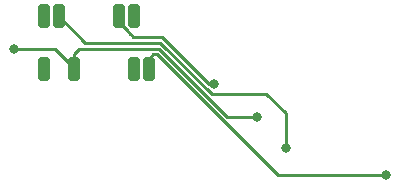
<source format=gbr>
%TF.GenerationSoftware,KiCad,Pcbnew,(6.0.1)*%
%TF.CreationDate,2022-02-21T19:23:01-07:00*%
%TF.ProjectId,MShaw_4gbNandExtensionQSB_V2,4d536861-775f-4346-9762-4e616e644578,rev?*%
%TF.SameCoordinates,Original*%
%TF.FileFunction,Copper,L2,Bot*%
%TF.FilePolarity,Positive*%
%FSLAX46Y46*%
G04 Gerber Fmt 4.6, Leading zero omitted, Abs format (unit mm)*
G04 Created by KiCad (PCBNEW (6.0.1)) date 2022-02-21 19:23:01*
%MOMM*%
%LPD*%
G01*
G04 APERTURE LIST*
G04 Aperture macros list*
%AMRoundRect*
0 Rectangle with rounded corners*
0 $1 Rounding radius*
0 $2 $3 $4 $5 $6 $7 $8 $9 X,Y pos of 4 corners*
0 Add a 4 corners polygon primitive as box body*
4,1,4,$2,$3,$4,$5,$6,$7,$8,$9,$2,$3,0*
0 Add four circle primitives for the rounded corners*
1,1,$1+$1,$2,$3*
1,1,$1+$1,$4,$5*
1,1,$1+$1,$6,$7*
1,1,$1+$1,$8,$9*
0 Add four rect primitives between the rounded corners*
20,1,$1+$1,$2,$3,$4,$5,0*
20,1,$1+$1,$4,$5,$6,$7,0*
20,1,$1+$1,$6,$7,$8,$9,0*
20,1,$1+$1,$8,$9,$2,$3,0*%
G04 Aperture macros list end*
%TA.AperFunction,ComponentPad*%
%ADD10RoundRect,0.250000X0.250000X-0.750000X0.250000X0.750000X-0.250000X0.750000X-0.250000X-0.750000X0*%
%TD*%
%TA.AperFunction,ViaPad*%
%ADD11C,0.800000*%
%TD*%
%TA.AperFunction,Conductor*%
%ADD12C,0.250000*%
%TD*%
G04 APERTURE END LIST*
D10*
%TO.P,J3,1,Pin_1*%
%TO.N,Net-(J2-Pad5)*%
X90060000Y-60880000D03*
%TO.P,J3,2,Pin_2*%
%TO.N,Net-(J2-Pad3)*%
X91330000Y-60880000D03*
%TO.P,J3,6,Pin_6*%
%TO.N,Net-(J2-Pad2)*%
X96410000Y-60880000D03*
%TO.P,J3,7,Pin_7*%
%TO.N,Net-(J2-Pad8)*%
X97680000Y-60880000D03*
%TD*%
%TO.P,J1,1,Pin_1*%
%TO.N,Net-(J1-Pad1)*%
X90060000Y-65380000D03*
%TO.P,J1,3,Pin_3*%
%TO.N,Net-(D1-Pad1)*%
X92600000Y-65380000D03*
%TO.P,J1,7,Pin_7*%
%TO.N,Net-(J1-Pad7)*%
X97680000Y-65380000D03*
%TO.P,J1,8,Pin_8*%
%TO.N,Net-(J1-Pad8)*%
X98950000Y-65380000D03*
%TD*%
D11*
%TO.N,Net-(D1-Pad1)*%
X87560000Y-63630000D03*
X108100000Y-69400000D03*
%TO.N,Net-(J2-Pad2)*%
X104433017Y-66606983D03*
%TO.N,Net-(J2-Pad3)*%
X110560000Y-72030000D03*
%TO.N,Net-(J1-Pad8)*%
X119060000Y-74330000D03*
%TD*%
D12*
%TO.N,Net-(D1-Pad1)*%
X90975020Y-63630000D02*
X87560000Y-63630000D01*
X105565718Y-69400000D02*
X104032859Y-67867141D01*
X93060000Y-63630000D02*
X92600000Y-64090000D01*
X103877859Y-67712141D02*
X99795718Y-63630000D01*
X92600000Y-65254980D02*
X90975020Y-63630000D01*
X92600000Y-64090000D02*
X92600000Y-65254980D01*
X108100000Y-69400000D02*
X105565718Y-69400000D01*
X104032859Y-67867141D02*
X104145718Y-67980000D01*
X103877859Y-67712141D02*
X104032859Y-67867141D01*
X99795718Y-63630000D02*
X93060000Y-63630000D01*
%TO.N,Net-(J1-Pad7)*%
X97680000Y-65380000D02*
X97680000Y-64837507D01*
%TO.N,Net-(J2-Pad2)*%
X96410000Y-61422493D02*
X96410000Y-60880000D01*
X104433017Y-66606983D02*
X104044137Y-66606983D01*
X97617508Y-62630000D02*
X97088754Y-62101246D01*
X97088754Y-62101246D02*
X96410000Y-61422493D01*
X97417987Y-62430480D02*
X97367507Y-62380000D01*
X100067154Y-62630000D02*
X97617508Y-62630000D01*
X97367507Y-62380000D02*
X97088754Y-62101246D01*
X104044137Y-66606983D02*
X100067154Y-62630000D01*
%TO.N,Net-(J2-Pad3)*%
X91330000Y-60880000D02*
X93580000Y-63130000D01*
X104281436Y-67480000D02*
X108910000Y-67480000D01*
X108910000Y-67480000D02*
X110560000Y-69130000D01*
X110560000Y-69130000D02*
X110560000Y-72030000D01*
X93580000Y-63130000D02*
X99931436Y-63130000D01*
X99931436Y-63130000D02*
X104281436Y-67480000D01*
%TO.N,Net-(J1-Pad8)*%
X109860000Y-74330000D02*
X119060000Y-74330000D01*
X99310000Y-64130000D02*
X98950000Y-64490000D01*
X98950000Y-64490000D02*
X98950000Y-65380000D01*
X104260000Y-68730000D02*
X99660000Y-64130000D01*
X104710000Y-69180000D02*
X104260000Y-68730000D01*
X104260000Y-68730000D02*
X109860000Y-74330000D01*
X99660000Y-64130000D02*
X99310000Y-64130000D01*
%TD*%
M02*

</source>
